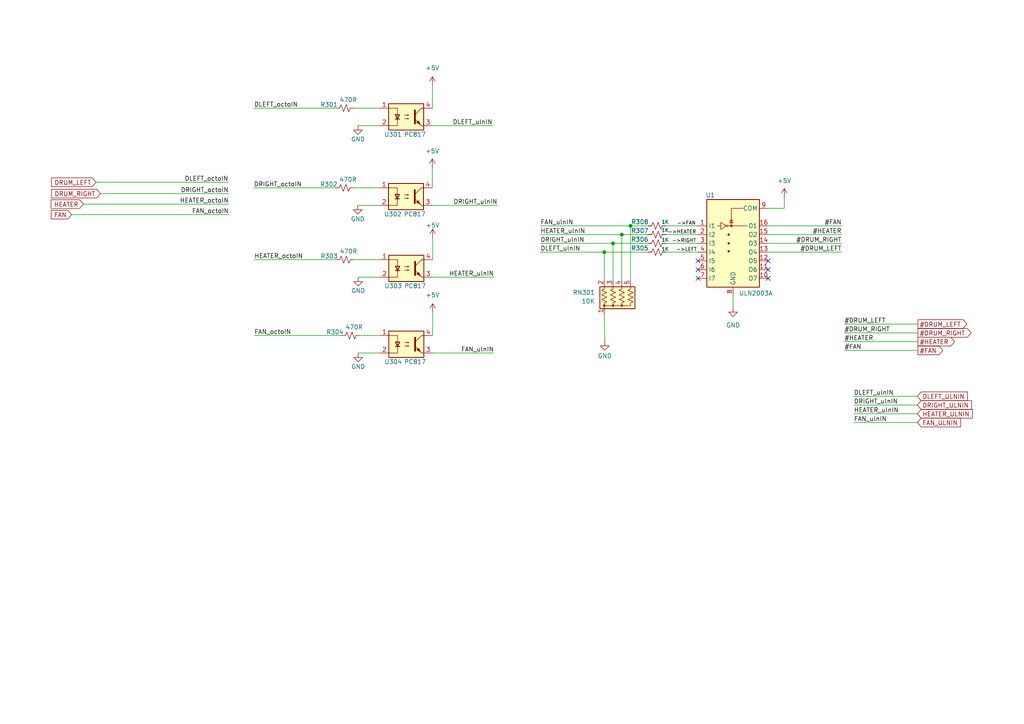
<source format=kicad_sch>
(kicad_sch (version 20211123) (generator eeschema)
  (paper "A4")
  (lib_symbols
    (symbol "Device:R_Network04_US" (pin_names (offset 0) hide)
      (property "Reference" "RN" (at -7.62 0 90))
      (property "Value" "R_Network04_US" (at 5.08 0 90))
      (symbol "R_Network04_US_0_1"
        (rectangle (start -6.35 -3.175) (end 3.81 3.175) (stroke (width 0.254)) (fill (type background)))
        (circle (center -5.08 2.286) (radius 0.254) (fill (type outline)))
        (circle (center -2.54 2.286) (radius 0.254) (fill (type outline)))
        (polyline (pts (xy -5.08 2.286) (xy 2.54 2.286)))
        (polyline (pts (xy -5.08 2.286) (xy -5.08 1.524) (xy -4.318 1.1684) (xy -5.842 0.508) (xy -4.318 -0.1524) (xy -5.842 -0.8382) (xy -4.318 -1.524) (xy -5.842 -2.1844) (xy -5.08 -2.54) (xy -5.08 -3.81)))
        (polyline (pts (xy -2.54 2.286) (xy -2.54 1.524) (xy -1.778 1.1684) (xy -3.302 0.508) (xy -1.778 -0.1524) (xy -3.302 -0.8382) (xy -1.778 -1.524) (xy -3.302 -2.1844) (xy -2.54 -2.54) (xy -2.54 -3.81)))
        (polyline (pts (xy 0 2.286) (xy 0 1.524) (xy 0.762 1.1684) (xy -0.762 0.508) (xy 0.762 -0.1524) (xy -0.762 -0.8382) (xy 0.762 -1.524) (xy -0.762 -2.1844) (xy 0 -2.54) (xy 0 -3.81)))
        (polyline (pts (xy 2.54 2.286) (xy 2.54 1.524) (xy 3.302 1.1684) (xy 1.778 0.508) (xy 3.302 -0.1524) (xy 1.778 -0.8382) (xy 3.302 -1.524) (xy 1.778 -2.1844) (xy 2.54 -2.54) (xy 2.54 -3.81)))
        (circle (center 0 2.286) (radius 0.254) (fill (type outline)))
      )
      (symbol "R_Network04_US_1_1"
        (pin passive line (at -5.08 5.08 270) (length 2.54) (name "common") (number "1"))
        (pin passive line (at -5.08 -5.08 90) (length 1.27) (name "R1") (number "2"))
        (pin passive line (at -2.54 -5.08 90) (length 1.27) (name "R2") (number "3"))
        (pin passive line (at 0 -5.08 90) (length 1.27) (name "R3") (number "4"))
        (pin passive line (at 2.54 -5.08 90) (length 1.27) (name "R4") (number "5"))
      )
    )
    (symbol "Device:R_Small_US" (pin_numbers hide) (pin_names (offset 0.254) hide)
      (property "Reference" "R" (at 0.762 0.508 0))
      (property "Value" "R_Small_US" (at 0.762 -1.016 0))
      (symbol "R_Small_US_1_1"
        (polyline (pts (xy 0 0) (xy 1.016 -0.381) (xy 0 -0.762) (xy -1.016 -1.143) (xy 0 -1.524)))
        (polyline (pts (xy 0 1.524) (xy 1.016 1.143) (xy 0 0.762) (xy -1.016 0.381) (xy 0 0)))
        (pin passive line (at 0 2.54 270) (length 1.016) (name "~") (number "1"))
        (pin passive line (at 0 -2.54 90) (length 1.016) (name "~") (number "2"))
      )
    )
    (symbol "Isolator:PC817" (pin_names (offset 1.016))
      (property "Reference" "U" (at -5.08 5.08 0))
      (property "Value" "PC817" (at 0 5.08 0))
      (symbol "PC817_0_1"
        (rectangle (start -5.08 3.81) (end 5.08 -3.81) (stroke (width 0.254)) (fill (type background)))
        (polyline (pts (xy -3.175 -0.635) (xy -1.905 -0.635)) (stroke (width 0.254)))
        (polyline (pts (xy 2.54 0.635) (xy 4.445 2.54)))
        (polyline (pts (xy 4.445 -2.54) (xy 2.54 -0.635)) (fill (type outline)))
        (polyline (pts (xy 4.445 -2.54) (xy 5.08 -2.54)))
        (polyline (pts (xy 4.445 2.54) (xy 5.08 2.54)))
        (polyline (pts (xy -5.08 2.54) (xy -2.54 2.54) (xy -2.54 -0.635)))
        (polyline (pts (xy -2.54 -0.635) (xy -2.54 -2.54) (xy -5.08 -2.54)))
        (polyline (pts (xy 2.54 1.905) (xy 2.54 -1.905) (xy 2.54 -1.905)) (stroke (width 0.508)))
        (polyline (pts (xy -2.54 -0.635) (xy -3.175 0.635) (xy -1.905 0.635) (xy -2.54 -0.635)) (stroke (width 0.254)))
        (polyline (pts (xy -0.508 -0.508) (xy 0.762 -0.508) (xy 0.381 -0.635) (xy 0.381 -0.381) (xy 0.762 -0.508)))
        (polyline (pts (xy -0.508 0.508) (xy 0.762 0.508) (xy 0.381 0.381) (xy 0.381 0.635) (xy 0.762 0.508)))
        (polyline (pts (xy 3.048 -1.651) (xy 3.556 -1.143) (xy 4.064 -2.159) (xy 3.048 -1.651) (xy 3.048 -1.651)) (fill (type outline)))
      )
      (symbol "PC817_1_1"
        (pin passive line (at -7.62 2.54 0) (length 2.54) (name "~") (number "1"))
        (pin passive line (at -7.62 -2.54 0) (length 2.54) (name "~") (number "2"))
        (pin passive line (at 7.62 -2.54 180) (length 2.54) (name "~") (number "3"))
        (pin passive line (at 7.62 2.54 180) (length 2.54) (name "~") (number "4"))
      )
    )
    (symbol "Transistor_Array:ULN2003A"
      (property "Reference" "U" (at 0 15.875 0))
      (property "Value" "ULN2003A" (at 0 13.97 0))
      (symbol "ULN2003A_0_1"
        (rectangle (start -7.62 -12.7) (end 7.62 12.7) (stroke (width 0.254)) (fill (type background)))
        (circle (center -1.778 5.08) (radius 0.254))
        (circle (center -1.27 -2.286) (radius 0.254) (fill (type outline)))
        (circle (center -1.27 0) (radius 0.254) (fill (type outline)))
        (circle (center -1.27 2.54) (radius 0.254) (fill (type outline)))
        (circle (center -0.508 5.08) (radius 0.254) (fill (type outline)))
        (polyline (pts (xy -4.572 5.08) (xy -3.556 5.08)))
        (polyline (pts (xy -1.524 5.08) (xy 4.064 5.08)))
        (polyline (pts (xy 0 6.731) (xy -1.016 6.731)))
        (polyline (pts (xy -0.508 5.08) (xy -0.508 10.16) (xy 2.921 10.16)))
        (polyline (pts (xy -3.556 6.096) (xy -3.556 4.064) (xy -2.032 5.08) (xy -3.556 6.096)))
        (polyline (pts (xy 0 5.969) (xy -1.016 5.969) (xy -0.508 6.731) (xy 0 5.969)))
      )
      (symbol "ULN2003A_1_1"
        (pin input line (at -10.16 5.08 0) (length 2.54) (name "I1") (number "1"))
        (pin open_collector line (at 10.16 -10.16 180) (length 2.54) (name "O7") (number "10"))
        (pin open_collector line (at 10.16 -7.62 180) (length 2.54) (name "O6") (number "11"))
        (pin open_collector line (at 10.16 -5.08 180) (length 2.54) (name "O5") (number "12"))
        (pin open_collector line (at 10.16 -2.54 180) (length 2.54) (name "O4") (number "13"))
        (pin open_collector line (at 10.16 0 180) (length 2.54) (name "O3") (number "14"))
        (pin open_collector line (at 10.16 2.54 180) (length 2.54) (name "O2") (number "15"))
        (pin open_collector line (at 10.16 5.08 180) (length 2.54) (name "O1") (number "16"))
        (pin input line (at -10.16 2.54 0) (length 2.54) (name "I2") (number "2"))
        (pin input line (at -10.16 0 0) (length 2.54) (name "I3") (number "3"))
        (pin input line (at -10.16 -2.54 0) (length 2.54) (name "I4") (number "4"))
        (pin input line (at -10.16 -5.08 0) (length 2.54) (name "I5") (number "5"))
        (pin input line (at -10.16 -7.62 0) (length 2.54) (name "I6") (number "6"))
        (pin input line (at -10.16 -10.16 0) (length 2.54) (name "I7") (number "7"))
        (pin power_in line (at 0 -15.24 90) (length 2.54) (name "GND") (number "8"))
        (pin passive line (at 10.16 10.16 180) (length 2.54) (name "COM") (number "9"))
      )
    )
    (symbol "power:+5V" (power) (pin_names (offset 0))
      (property "Value" "+5V" (at 0 3.556 0))
      (symbol "+5V_0_1"
        (polyline (pts (xy -0.762 1.27) (xy 0 2.54)))
        (polyline (pts (xy 0 0) (xy 0 2.54)))
        (polyline (pts (xy 0 2.54) (xy 0.762 1.27)))
      )
      (symbol "+5V_1_1"
        (pin power_in line (at 0 0 90) (length 0) hide (name "+5V") (number "1"))
      )
    )
    (symbol "power:GND" (power) (pin_names (offset 0))
      (property "Value" "GND" (at 0 -3.81 0))
      (symbol "GND_0_1"
        (polyline (pts (xy 0 0) (xy 0 -1.27) (xy 1.27 -1.27) (xy 0 -2.54) (xy -1.27 -1.27) (xy 0 -1.27)))
      )
      (symbol "GND_1_1"
        (pin power_in line (at 0 0 270) (length 0) hide (name "GND") (number "1"))
      )
    )
  )
  (junction (at 180.34 68.0466))
  (junction (at 175.26 73.1266))
  (junction (at 177.8 70.5866))
  (junction (at 182.88 65.5066))
  (no_connect (at 202.4634 80.7466))
  (no_connect (at 222.7834 80.7466))
  (no_connect (at 222.7834 78.2066))
  (no_connect (at 202.4634 78.2066))
  (no_connect (at 222.7834 75.6666))
  (no_connect (at 202.4634 75.6666))
  (wire (pts (xy 175.4124 99.0346) (xy 175.26 91.44)))
  (wire (pts (xy 73.6092 54.483) (xy 97.409 54.483)))
  (wire (pts (xy 227.4824 60.4266) (xy 222.7834 60.4266)))
  (wire (pts (xy 247.65 122.555) (xy 266.065 122.555)))
  (wire (pts (xy 266.2428 94.0054) (xy 244.9068 94.0054)))
  (wire (pts (xy 156.7434 70.5866) (xy 177.8 70.5866)))
  (wire (pts (xy 222.7834 73.1266) (xy 244.1194 73.1266)))
  (wire (pts (xy 177.8 70.5866) (xy 187.9854 70.5866)))
  (wire (pts (xy 222.7834 68.0466) (xy 244.1194 68.0466)))
  (wire (pts (xy 103.759 59.563) (xy 110.1344 59.563)))
  (wire (pts (xy 182.88 65.5066) (xy 182.88 81.28)))
  (wire (pts (xy 125.476 80.391) (xy 143.256 80.391)))
  (wire (pts (xy 125.4252 36.449) (xy 142.8496 36.449)))
  (wire (pts (xy 24.2062 59.2074) (xy 66.3194 59.2074)))
  (wire (pts (xy 103.8352 36.449) (xy 110.1852 36.449)))
  (wire (pts (xy 125.3744 48.641) (xy 125.3744 54.483)))
  (wire (pts (xy 180.34 68.0466) (xy 180.34 81.28)))
  (wire (pts (xy 125.3744 59.563) (xy 144.272 59.563)))
  (wire (pts (xy 125.476 90.6526) (xy 125.476 97.3074)))
  (wire (pts (xy 247.65 120.015) (xy 266.065 120.015)))
  (wire (pts (xy 20.7772 62.2554) (xy 66.3702 62.2554)))
  (wire (pts (xy 266.2428 99.0854) (xy 244.9068 99.0854)))
  (wire (pts (xy 266.2428 96.5454) (xy 244.9068 96.5454)))
  (wire (pts (xy 177.8 70.5866) (xy 177.8 81.28)))
  (wire (pts (xy 266.2428 101.6254) (xy 244.9068 101.6254)))
  (wire (pts (xy 180.34 68.0466) (xy 187.9854 68.0466)))
  (wire (pts (xy 193.0654 73.1266) (xy 202.4634 73.1266)))
  (wire (pts (xy 182.88 65.5066) (xy 187.9854 65.5066)))
  (wire (pts (xy 175.26 73.1266) (xy 187.9854 73.1266)))
  (wire (pts (xy 125.4252 24.8158) (xy 125.4252 31.369)))
  (wire (pts (xy 125.476 102.3874) (xy 143.256 102.3874)))
  (wire (pts (xy 29.1338 56.1594) (xy 66.3194 56.1594)))
  (wire (pts (xy 247.65 114.935) (xy 266.065 114.935)))
  (wire (pts (xy 102.489 54.483) (xy 110.1344 54.483)))
  (wire (pts (xy 103.886 102.3874) (xy 110.236 102.3874)))
  (wire (pts (xy 102.616 75.311) (xy 110.236 75.311)))
  (wire (pts (xy 104.267 97.3074) (xy 110.236 97.3074)))
  (wire (pts (xy 222.7834 65.5066) (xy 244.1194 65.5066)))
  (wire (pts (xy 125.476 75.311) (xy 125.476 69.0118)))
  (wire (pts (xy 247.65 117.475) (xy 266.065 117.475)))
  (wire (pts (xy 212.6234 85.8266) (xy 212.6234 89.2556)))
  (wire (pts (xy 103.886 80.391) (xy 110.236 80.391)))
  (wire (pts (xy 227.4824 57.2516) (xy 227.4824 60.4266)))
  (wire (pts (xy 102.5652 31.369) (xy 110.1852 31.369)))
  (wire (pts (xy 193.0654 68.0466) (xy 202.4634 68.0466)))
  (wire (pts (xy 73.7362 97.3074) (xy 99.187 97.3074)))
  (wire (pts (xy 193.0654 70.5866) (xy 202.4634 70.5866)))
  (wire (pts (xy 156.7434 73.1266) (xy 175.26 73.1266)))
  (wire (pts (xy 175.26 73.1266) (xy 175.26 81.28)))
  (wire (pts (xy 222.7834 70.5866) (xy 244.1194 70.5866)))
  (wire (pts (xy 193.0654 65.5066) (xy 202.4634 65.5066)))
  (wire (pts (xy 73.7362 75.311) (xy 97.536 75.311)))
  (wire (pts (xy 156.7434 65.5066) (xy 182.88 65.5066)))
  (wire (pts (xy 156.7434 68.0466) (xy 180.34 68.0466)))
  (wire (pts (xy 73.6854 31.369) (xy 97.4852 31.369)))
  (wire (pts (xy 27.8892 52.8574) (xy 66.2432 52.8574)))
  (label "DLEFT_octoIN" (at 66.2432 52.8574 180))
  (label "DRIGHT_octoIN" (at 73.6092 54.483 0))
  (label "HEATER_octoIN" (at 73.7362 75.311 0))
  (label "DLEFT_octoIN" (at 73.6854 31.369 0))
  (label "#DRUM_LEFT" (at 244.1194 73.1266 180))
  (label "#HEATER" (at 244.1194 68.0466 180))
  (label "DRIGHT_octoIN" (at 66.3194 56.1594 180))
  (label "DRIGHT_ulnIN" (at 156.7434 70.5866 0))
  (label "HEATER_ulnIN" (at 156.7434 68.0466 0))
  (label "->FAN" (at 201.8284 65.5066 180) (effects (font (size 1.016 1.016))))
  (label "HEATER_ulnIN" (at 247.65 120.015 0))
  (label "#DRUM_LEFT" (at 244.9068 94.0054 0))
  (label "FAN_ulnIN" (at 247.65 122.555 0))
  (label "FAN_octoIN" (at 66.3702 62.2554 180))
  (label "DRIGHT_ulnIN" (at 247.65 117.475 0))
  (label "FAN_ulnIN" (at 143.256 102.3874 180))
  (label "->LEFT" (at 202.184 73.1266 180) (effects (font (size 1.016 1.016))))
  (label "HEATER_ulnIN" (at 143.256 80.391 180))
  (label "DLEFT_ulnIN" (at 156.7434 73.1266 0))
  (label "DRIGHT_ulnIN" (at 144.272 59.563 180))
  (label "HEATER_octoIN" (at 66.3194 59.2074 180))
  (label "FAN_octoIN" (at 73.7362 97.3074 0))
  (label "FAN_ulnIN" (at 156.7434 65.5066 0))
  (label "#FAN" (at 244.1194 65.5066 180))
  (label "DLEFT_ulnIN" (at 142.8496 36.449 180))
  (label "->HEATER" (at 201.9554 68.0466 180) (effects (font (size 1.016 1.016))))
  (label "#FAN" (at 244.9068 101.6254 0))
  (label "DLEFT_ulnIN" (at 247.65 114.935 0))
  (label "#DRUM_RIGHT" (at 244.1194 70.5866 180))
  (label "#HEATER" (at 244.9068 99.0854 0))
  (label "#DRUM_RIGHT" (at 244.9068 96.5454 0))
  (label "->RIGHT" (at 201.9554 70.5866 180) (effects (font (size 1.016 1.016))))
  (global_label "HEATER_ULNIN" (shape input) (at 266.065 120.015 0) (property "Intersheet References" "${INTERSHEET_REFS}" (effects hide)))
  (global_label "DRIGHT_ULNIN" (shape input) (at 266.065 117.475 0) (property "Intersheet References" "${INTERSHEET_REFS}" (effects hide)))
  (global_label "HEATER" (shape input) (at 24.2062 59.2074 180) (property "Intersheet References" "${INTERSHEET_REFS}" (effects hide)))
  (global_label "DRUM_RIGHT" (shape input) (at 29.1338 56.1594 180) (property "Intersheet References" "${INTERSHEET_REFS}" (effects hide)))
  (global_label "DLEFT_ULNIN" (shape input) (at 266.065 114.935 0) (property "Intersheet References" "${INTERSHEET_REFS}" (effects hide)))
  (global_label "#DRUM_RIGHT" (shape output) (at 266.2428 96.5454 0) (property "Intersheet References" "${INTERSHEET_REFS}" (effects hide)))
  (global_label "DRUM_LEFT" (shape input) (at 27.8892 52.8574 180) (property "Intersheet References" "${INTERSHEET_REFS}" (effects hide)))
  (global_label "FAN_ULNIN" (shape input) (at 266.065 122.555 0) (property "Intersheet References" "${INTERSHEET_REFS}" (effects hide)))
  (global_label "#DRUM_LEFT" (shape output) (at 266.2428 94.0054 0) (property "Intersheet References" "${INTERSHEET_REFS}" (effects hide)))
  (global_label "#HEATER" (shape output) (at 266.2428 99.0854 0) (property "Intersheet References" "${INTERSHEET_REFS}" (effects hide)))
  (global_label "#FAN" (shape output) (at 266.2428 101.6254 0) (property "Intersheet References" "${INTERSHEET_REFS}" (effects hide)))
  (global_label "FAN" (shape input) (at 20.7772 62.2554 180) (property "Intersheet References" "${INTERSHEET_REFS}" (effects hide)))
  (symbol (lib_id "Isolator:PC817") (at 117.8052 33.909 0) (unit 1)
    (property "Reference" "U301" (at 113.9952 38.989 0))
    (property "Value" "PC817" (at 120.3452 38.989 0))
    (property "Footprint" "User_Package_DIP:DIP-4_W7.62mm_LongPads" (effects hide))
    (property "Datasheet" "http://www.soselectronic.cz/a_info/resource/d/pc817.pdf" (effects hide))
  )
  (symbol (lib_id "power:GND") (at 212.6234 89.2556 0) (unit 1)
    (property "Reference" "#PWR033" (effects hide))
    (property "Value" "GND" (at 212.6234 94.3356 0))
  )
  (symbol (lib_id "power:+5V") (at 227.4824 57.2516 0) (unit 1)
    (property "Reference" "#PWR034" (effects hide))
    (property "Value" "+5V" (at 227.4824 52.4256 0))
  )
  (symbol (lib_id "Isolator:PC817") (at 117.7544 57.023 0) (unit 1)
    (property "Reference" "U302" (at 113.9444 62.103 0))
    (property "Value" "PC817" (at 120.2944 62.103 0))
    (property "Footprint" "User_Package_DIP:DIP-4_W7.62mm_LongPads" (effects hide))
    (property "Datasheet" "http://www.soselectronic.cz/a_info/resource/d/pc817.pdf" (effects hide))
  )
  (symbol (lib_id "power:+5V") (at 125.476 69.0118 0) (unit 1)
    (property "Reference" "#PWR030" (effects hide))
    (property "Value" "+5V" (at 125.476 65.3542 0))
  )
  (symbol (lib_id "Device:R_Small_US") (at 100.0252 31.369 90) (unit 1)
    (property "Reference" "R301" (at 97.9932 30.353 90) (effects (justify left)))
    (property "Value" "470R" (at 103.5812 28.956 90) (effects (justify left)))
    (property "Footprint" "User_Resostor_THT:R_Axial_DIN0207_L6.3mm_D2.5mm_P10.16mm_Horizontal" (effects hide))
  )
  (symbol (lib_id "Device:R_Small_US") (at 190.5254 68.0466 90) (unit 1)
    (property "Reference" "R307" (at 185.5724 66.9036 90))
    (property "Value" "1K" (at 192.9384 66.7766 90) (effects (font (size 1.016 1.016))))
    (property "Footprint" "User_Resostor_THT:R_Axial_DIN0207_L6.3mm_D2.5mm_P10.16mm_Horizontal" (effects hide))
  )
  (symbol (lib_id "Device:R_Small_US") (at 190.5254 70.5866 90) (unit 1)
    (property "Reference" "R306" (at 185.5724 69.4436 90))
    (property "Value" "1K" (at 192.9384 69.5706 90) (effects (font (size 1.016 1.016))))
    (property "Footprint" "User_Resostor_THT:R_Axial_DIN0207_L6.3mm_D2.5mm_P10.16mm_Horizontal" (effects hide))
  )
  (symbol (lib_id "Device:R_Network04_US") (at 180.34 86.36 0) (mirror x) (unit 1)
    (property "Reference" "RN301" (at 172.5676 84.8359 0) (effects (justify right)))
    (property "Value" "10K" (at 172.5676 87.3759 0) (effects (justify right)))
    (property "Footprint" "User_Resostor_THT:R_Array_SIP5" (effects hide))
    (property "Datasheet" "http://www.vishay.com/docs/31509/csc.pdf" (effects hide))
  )
  (symbol (lib_id "Device:R_Small_US") (at 101.727 97.3074 90) (unit 1)
    (property "Reference" "R304" (at 99.695 96.2914 90) (effects (justify left)))
    (property "Value" "470R" (at 105.283 94.8944 90) (effects (justify left)))
    (property "Footprint" "User_Resostor_THT:R_Axial_DIN0207_L6.3mm_D2.5mm_P10.16mm_Horizontal" (effects hide))
  )
  (symbol (lib_id "power:+5V") (at 125.3744 48.641 0) (unit 1)
    (property "Reference" "#PWR028" (effects hide))
    (property "Value" "+5V" (at 125.3744 43.815 0))
  )
  (symbol (lib_id "power:+5V") (at 125.4252 24.8158 0) (unit 1)
    (property "Reference" "#PWR029" (effects hide))
    (property "Value" "+5V" (at 125.4252 19.685 0))
  )
  (symbol (lib_id "power:GND") (at 103.886 80.391 0) (unit 1)
    (property "Reference" "#PWR026" (effects hide))
    (property "Value" "GND" (at 103.886 84.328 0))
  )
  (symbol (lib_id "Transistor_Array:ULN2003A") (at 212.6234 70.5866 0) (unit 1)
    (property "Reference" "U1" (at 206.0194 56.6166 0))
    (property "Value" "ULN2003A" (at 219.2274 85.0646 0))
    (property "Footprint" "User_Package_DIP:DIP-16_W7.62mm_Socket_LongPads" (effects hide))
    (property "Datasheet" "http://www.ti.com/lit/ds/symlink/uln2003a.pdf" (effects hide))
  )
  (symbol (lib_id "Isolator:PC817") (at 117.856 77.851 0) (unit 1)
    (property "Reference" "U303" (at 114.046 82.931 0))
    (property "Value" "PC817" (at 120.396 82.931 0))
    (property "Footprint" "User_Package_DIP:DIP-4_W7.62mm_LongPads" (effects hide))
    (property "Datasheet" "http://www.soselectronic.cz/a_info/resource/d/pc817.pdf" (effects hide))
  )
  (symbol (lib_id "Device:R_Small_US") (at 99.949 54.483 90) (unit 1)
    (property "Reference" "R302" (at 97.917 53.467 90) (effects (justify left)))
    (property "Value" "470R" (at 103.505 52.07 90) (effects (justify left)))
    (property "Footprint" "User_Resostor_THT:R_Axial_DIN0207_L6.3mm_D2.5mm_P10.16mm_Horizontal" (effects hide))
  )
  (symbol (lib_id "power:+5V") (at 125.476 90.6526 0) (unit 1)
    (property "Reference" "#PWR031" (effects hide))
    (property "Value" "+5V" (at 125.476 85.5726 0))
  )
  (symbol (lib_id "power:GND") (at 103.886 102.3874 0) (unit 1)
    (property "Reference" "#PWR027" (effects hide))
    (property "Value" "GND" (at 103.886 106.3244 0))
  )
  (symbol (lib_id "power:GND") (at 175.4124 99.0346 0) (unit 1)
    (property "Reference" "#PWR032" (effects hide))
    (property "Value" "GND" (at 175.4124 103.2256 0))
  )
  (symbol (lib_id "Isolator:PC817") (at 117.856 99.8474 0) (unit 1)
    (property "Reference" "U304" (at 114.046 104.9274 0))
    (property "Value" "PC817" (at 120.396 104.9274 0))
    (property "Footprint" "User_Package_DIP:DIP-4_W7.62mm_LongPads" (effects hide))
    (property "Datasheet" "http://www.soselectronic.cz/a_info/resource/d/pc817.pdf" (effects hide))
  )
  (symbol (lib_id "power:GND") (at 103.759 59.563 0) (unit 1)
    (property "Reference" "#PWR024" (effects hide))
    (property "Value" "GND" (at 103.759 63.5 0))
  )
  (symbol (lib_id "power:GND") (at 103.8352 36.449 0) (unit 1)
    (property "Reference" "#PWR025" (effects hide))
    (property "Value" "GND" (at 103.8352 40.386 0))
  )
  (symbol (lib_id "Device:R_Small_US") (at 190.5254 73.1266 90) (unit 1)
    (property "Reference" "R305" (at 185.5724 71.9836 90))
    (property "Value" "1K" (at 192.9384 72.2376 90) (effects (font (size 1.016 1.016))))
    (property "Footprint" "User_Resostor_THT:R_Axial_DIN0207_L6.3mm_D2.5mm_P10.16mm_Horizontal" (effects hide))
  )
  (symbol (lib_id "Device:R_Small_US") (at 100.076 75.311 90) (unit 1)
    (property "Reference" "R303" (at 98.044 74.295 90) (effects (justify left)))
    (property "Value" "470R" (at 103.632 72.898 90) (effects (justify left)))
    (property "Footprint" "User_Resostor_THT:R_Axial_DIN0207_L6.3mm_D2.5mm_P10.16mm_Horizontal" (effects hide))
  )
  (symbol (lib_id "Device:R_Small_US") (at 190.5254 65.5066 90) (unit 1)
    (property "Reference" "R308" (at 185.5724 64.3636 90))
    (property "Value" "1K" (at 192.9384 64.3636 90) (effects (font (size 1.016 1.016))))
    (property "Footprint" "User_Resostor_THT:R_Axial_DIN0207_L6.3mm_D2.5mm_P10.16mm_Horizontal" (effects hide))
  )
)
</source>
